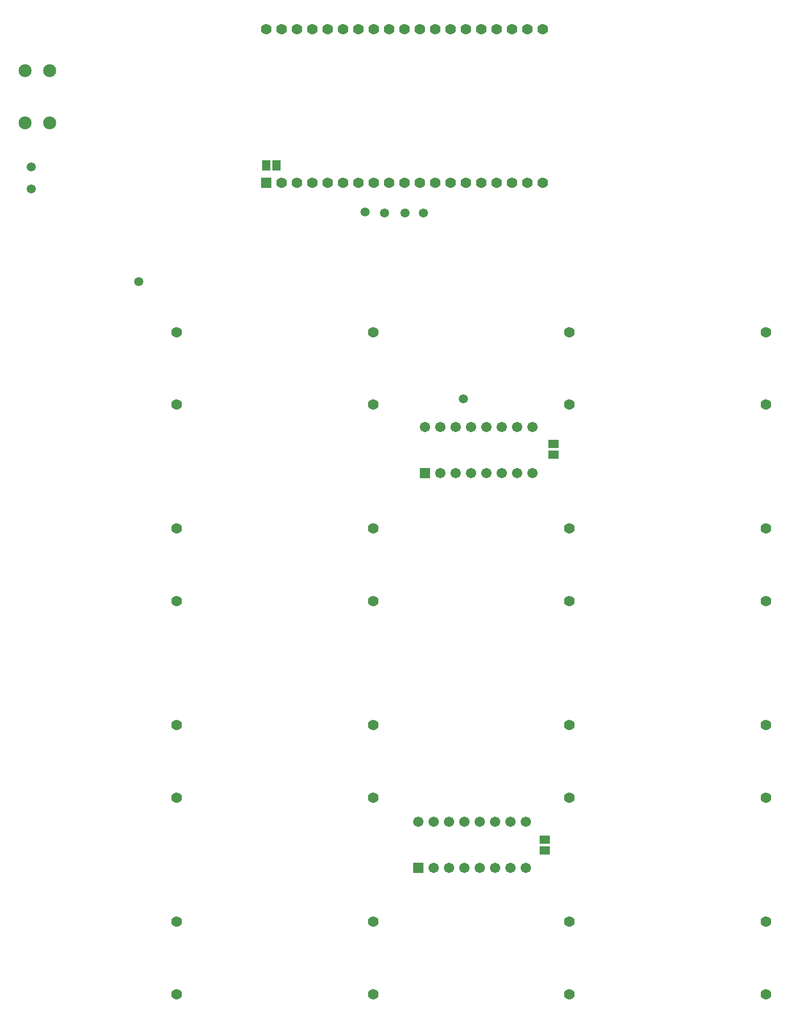
<source format=gbr>
%TF.GenerationSoftware,Altium Limited,Altium Designer,24.7.2 (38)*%
G04 Layer_Color=16711935*
%FSLAX45Y45*%
%MOMM*%
%TF.SameCoordinates,74662405-AD21-4814-813C-A76D1C426129*%
%TF.FilePolarity,Negative*%
%TF.FileFunction,Soldermask,Bot*%
%TF.Part,Single*%
G01*
G75*
%TA.AperFunction,SMDPad,CuDef*%
%ADD50R,1.35320X1.67320*%
%ADD51R,1.67320X1.35320*%
%TA.AperFunction,ComponentPad*%
%ADD55C,1.70320*%
%ADD56R,1.70320X1.70320*%
%ADD57C,2.15240*%
%ADD58R,1.76320X1.76320*%
%ADD59C,1.76320*%
%ADD60C,1.51120*%
D50*
X7506600Y14803120D02*
D03*
X7682600D02*
D03*
D51*
X12255500Y10198100D02*
D03*
Y10022100D02*
D03*
X12115800Y3656700D02*
D03*
Y3480700D02*
D03*
D55*
X11912600Y10477500D02*
D03*
X11658600D02*
D03*
X11404600D02*
D03*
X11150600D02*
D03*
X10896600D02*
D03*
X10642600D02*
D03*
X10388600D02*
D03*
X10134600D02*
D03*
X11912600Y9715500D02*
D03*
X11658600D02*
D03*
X11404600D02*
D03*
X11150600D02*
D03*
X10896600D02*
D03*
X10642600D02*
D03*
X10388600D02*
D03*
X10274300Y3187700D02*
D03*
X10528300D02*
D03*
X10782300D02*
D03*
X11036300D02*
D03*
X11290300D02*
D03*
X11544300D02*
D03*
X11798300D02*
D03*
X10020300Y3949700D02*
D03*
X10274300D02*
D03*
X10528300D02*
D03*
X10782300D02*
D03*
X11036300D02*
D03*
X11290300D02*
D03*
X11544300D02*
D03*
X11798300D02*
D03*
D56*
X10134600Y9715500D02*
D03*
X10020300Y3187700D02*
D03*
D57*
X3525300Y16375580D02*
D03*
Y15511580D02*
D03*
X3924300Y16375380D02*
D03*
Y15511780D02*
D03*
D58*
X7505700Y14516100D02*
D03*
D59*
X7759700D02*
D03*
X8013700D02*
D03*
X8267700D02*
D03*
X8521700D02*
D03*
X8775700D02*
D03*
X9029700D02*
D03*
X9283700D02*
D03*
X9537700D02*
D03*
X9791700D02*
D03*
X10045700D02*
D03*
X10299700D02*
D03*
X10553700D02*
D03*
X10807700D02*
D03*
X11061700D02*
D03*
X11315700D02*
D03*
X11569700D02*
D03*
X11823700D02*
D03*
X12077700D02*
D03*
X7505700Y17056100D02*
D03*
X7759700D02*
D03*
X8013700D02*
D03*
X8267700D02*
D03*
X8521700D02*
D03*
X8775700D02*
D03*
X9029700D02*
D03*
X9283700D02*
D03*
X9537700D02*
D03*
X9791700D02*
D03*
X10045700D02*
D03*
X10299700D02*
D03*
X10553700D02*
D03*
X10807700D02*
D03*
X11061700D02*
D03*
X11315700D02*
D03*
X11569700D02*
D03*
X11823700D02*
D03*
X12077700D02*
D03*
X12525000Y12050000D02*
D03*
Y10850000D02*
D03*
X9275000Y4350000D02*
D03*
Y5550000D02*
D03*
X12525000Y1100000D02*
D03*
Y2300000D02*
D03*
X9275000Y1100000D02*
D03*
Y2300000D02*
D03*
X6025000Y1100000D02*
D03*
Y2300000D02*
D03*
X15775000Y1100000D02*
D03*
Y2300000D02*
D03*
Y4350000D02*
D03*
Y5550000D02*
D03*
X12525000Y4350000D02*
D03*
Y5550000D02*
D03*
X6025000Y4350000D02*
D03*
Y5550000D02*
D03*
Y7600000D02*
D03*
Y8800000D02*
D03*
X9275000Y7600000D02*
D03*
Y8800000D02*
D03*
X12525000Y7600000D02*
D03*
Y8800000D02*
D03*
X15775000Y7600000D02*
D03*
Y8800000D02*
D03*
Y10850000D02*
D03*
Y12050000D02*
D03*
X9275000Y10850000D02*
D03*
Y12050000D02*
D03*
X6025000Y10850000D02*
D03*
Y12050000D02*
D03*
D60*
X10767060Y10942320D02*
D03*
X5400730Y12889230D02*
D03*
X3622200Y14414500D02*
D03*
X9144000Y14033501D02*
D03*
X9461500Y14020799D02*
D03*
X3622200Y14784100D02*
D03*
X9804400Y14020799D02*
D03*
X10109200D02*
D03*
%TF.MD5,7ef34253c39a0cb3b9ba1a82482ebfa5*%
M02*

</source>
